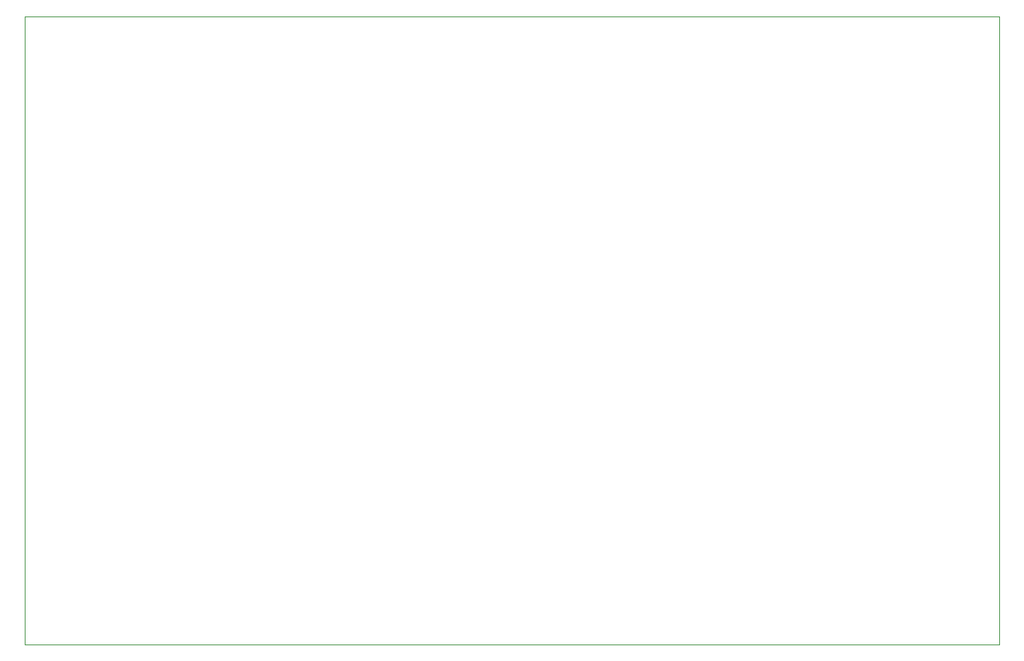
<source format=gm1>
G04 #@! TF.GenerationSoftware,KiCad,Pcbnew,6.0.6-3a73a75311~116~ubuntu20.04.1*
G04 #@! TF.CreationDate,2022-07-28T18:37:22+02:00*
G04 #@! TF.ProjectId,H7DDCADC,48374444-4341-4444-932e-6b696361645f,initial*
G04 #@! TF.SameCoordinates,Original*
G04 #@! TF.FileFunction,Profile,NP*
%FSLAX46Y46*%
G04 Gerber Fmt 4.6, Leading zero omitted, Abs format (unit mm)*
G04 Created by KiCad (PCBNEW 6.0.6-3a73a75311~116~ubuntu20.04.1) date 2022-07-28 18:37:22*
%MOMM*%
%LPD*%
G01*
G04 APERTURE LIST*
G04 #@! TA.AperFunction,Profile*
%ADD10C,0.100000*%
G04 #@! TD*
G04 APERTURE END LIST*
D10*
X87000000Y-54000000D02*
X197000000Y-54000000D01*
X197000000Y-54000000D02*
X197000000Y-125000000D01*
X197000000Y-125000000D02*
X87000000Y-125000000D01*
X87000000Y-125000000D02*
X87000000Y-54000000D01*
M02*

</source>
